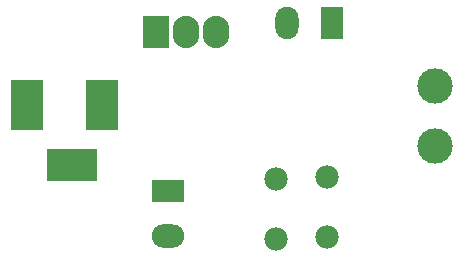
<source format=gts>
G04*
G04 #@! TF.GenerationSoftware,Altium Limited,Altium Designer,21.4.1 (30)*
G04*
G04 Layer_Color=8388736*
%FSTAX24Y24*%
%MOIN*%
G70*
G04*
G04 #@! TF.SameCoordinates,28C8F42C-7358-46F7-AC3D-303988F39EDD*
G04*
G04*
G04 #@! TF.FilePolarity,Negative*
G04*
G01*
G75*
%ADD13R,0.1080X0.1680*%
%ADD14R,0.1680X0.1080*%
%ADD15O,0.0780X0.1080*%
%ADD16R,0.0780X0.1080*%
%ADD17C,0.0780*%
%ADD18R,0.0880X0.1080*%
%ADD19O,0.0880X0.1080*%
%ADD20C,0.1180*%
%ADD21O,0.1080X0.0780*%
%ADD22R,0.1080X0.0780*%
D13*
X01855Y038094D02*
D03*
X01605D02*
D03*
D14*
X01755Y036094D02*
D03*
D15*
X0247Y04085D02*
D03*
D16*
X0262D02*
D03*
D17*
X02435Y03563D02*
D03*
Y03363D02*
D03*
X02605Y0357D02*
D03*
Y0337D02*
D03*
D18*
X02035Y04055D02*
D03*
D19*
X02135D02*
D03*
X02235D02*
D03*
D20*
X02965Y03675D02*
D03*
Y03875D02*
D03*
D21*
X02075Y03375D02*
D03*
D22*
Y03525D02*
D03*
M02*

</source>
